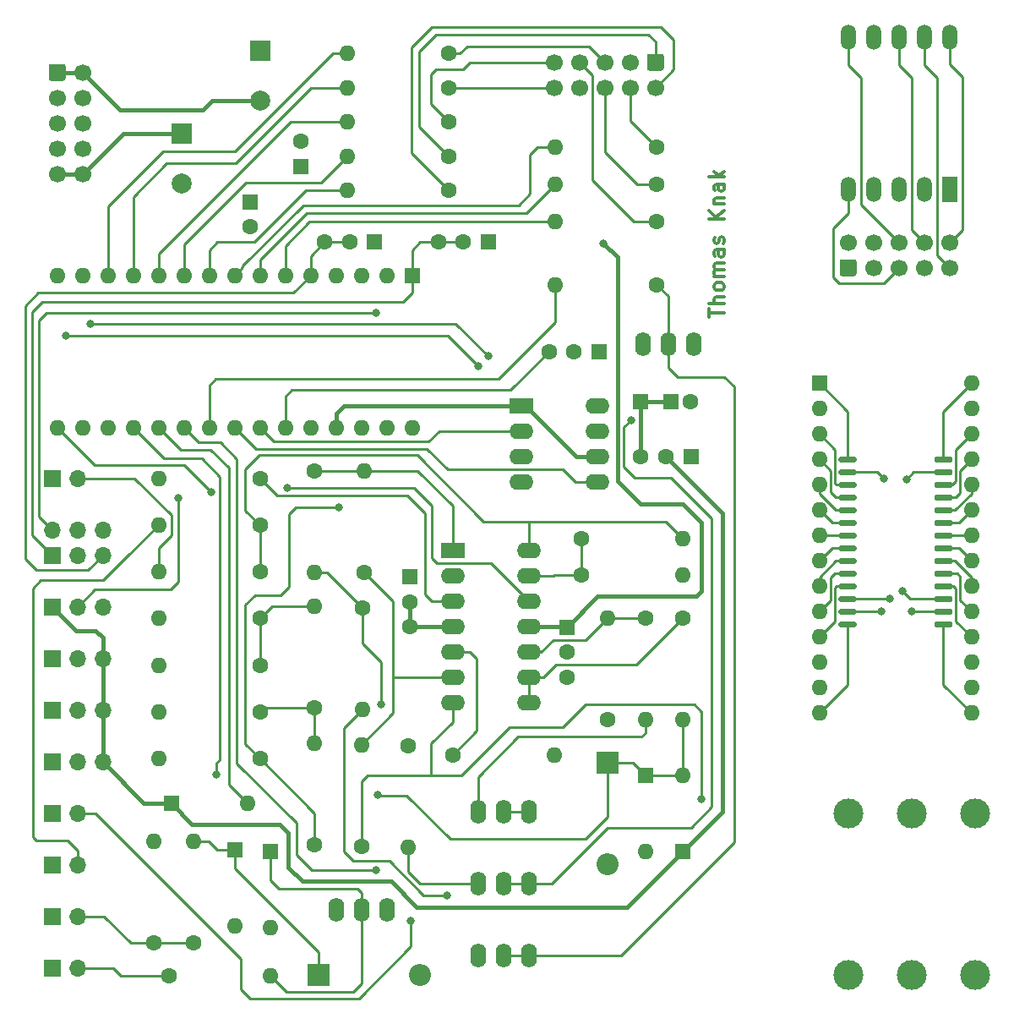
<source format=gtl>
%TF.GenerationSoftware,KiCad,Pcbnew,(5.1.10)-1*%
%TF.CreationDate,2022-09-29T16:57:17+02:00*%
%TF.ProjectId,Arduino Quantizer TK V1,41726475-696e-46f2-9051-75616e74697a,rev?*%
%TF.SameCoordinates,Original*%
%TF.FileFunction,Copper,L1,Top*%
%TF.FilePolarity,Positive*%
%FSLAX46Y46*%
G04 Gerber Fmt 4.6, Leading zero omitted, Abs format (unit mm)*
G04 Created by KiCad (PCBNEW (5.1.10)-1) date 2022-09-29 16:57:17*
%MOMM*%
%LPD*%
G01*
G04 APERTURE LIST*
%TA.AperFunction,NonConductor*%
%ADD10C,0.300000*%
%TD*%
%TA.AperFunction,ComponentPad*%
%ADD11O,1.600000X1.600000*%
%TD*%
%TA.AperFunction,ComponentPad*%
%ADD12R,1.600000X1.600000*%
%TD*%
%TA.AperFunction,ComponentPad*%
%ADD13C,1.600000*%
%TD*%
%TA.AperFunction,ComponentPad*%
%ADD14R,2.000000X2.000000*%
%TD*%
%TA.AperFunction,ComponentPad*%
%ADD15C,2.000000*%
%TD*%
%TA.AperFunction,ComponentPad*%
%ADD16R,1.524000X2.524000*%
%TD*%
%TA.AperFunction,ComponentPad*%
%ADD17O,1.524000X2.524000*%
%TD*%
%TA.AperFunction,ComponentPad*%
%ADD18C,1.700000*%
%TD*%
%TA.AperFunction,ComponentPad*%
%ADD19R,1.700000X1.700000*%
%TD*%
%TA.AperFunction,ComponentPad*%
%ADD20O,1.700000X1.700000*%
%TD*%
%TA.AperFunction,ComponentPad*%
%ADD21O,1.600000X2.400000*%
%TD*%
%TA.AperFunction,ComponentPad*%
%ADD22R,2.400000X1.600000*%
%TD*%
%TA.AperFunction,ComponentPad*%
%ADD23O,2.400000X1.600000*%
%TD*%
%TA.AperFunction,ComponentPad*%
%ADD24C,3.000000*%
%TD*%
%TA.AperFunction,ComponentPad*%
%ADD25R,2.200000X2.200000*%
%TD*%
%TA.AperFunction,ComponentPad*%
%ADD26O,2.200000X2.200000*%
%TD*%
%TA.AperFunction,ViaPad*%
%ADD27C,0.800000*%
%TD*%
%TA.AperFunction,Conductor*%
%ADD28C,0.250000*%
%TD*%
%TA.AperFunction,Conductor*%
%ADD29C,0.450000*%
%TD*%
G04 APERTURE END LIST*
D10*
X171161971Y-76305442D02*
X171161971Y-75448300D01*
X172661971Y-75876871D02*
X171161971Y-75876871D01*
X172661971Y-74948300D02*
X171161971Y-74948300D01*
X172661971Y-74305442D02*
X171876257Y-74305442D01*
X171733400Y-74376871D01*
X171661971Y-74519728D01*
X171661971Y-74734014D01*
X171733400Y-74876871D01*
X171804828Y-74948300D01*
X172661971Y-73376871D02*
X172590542Y-73519728D01*
X172519114Y-73591157D01*
X172376257Y-73662585D01*
X171947685Y-73662585D01*
X171804828Y-73591157D01*
X171733400Y-73519728D01*
X171661971Y-73376871D01*
X171661971Y-73162585D01*
X171733400Y-73019728D01*
X171804828Y-72948300D01*
X171947685Y-72876871D01*
X172376257Y-72876871D01*
X172519114Y-72948300D01*
X172590542Y-73019728D01*
X172661971Y-73162585D01*
X172661971Y-73376871D01*
X172661971Y-72234014D02*
X171661971Y-72234014D01*
X171804828Y-72234014D02*
X171733400Y-72162585D01*
X171661971Y-72019728D01*
X171661971Y-71805442D01*
X171733400Y-71662585D01*
X171876257Y-71591157D01*
X172661971Y-71591157D01*
X171876257Y-71591157D02*
X171733400Y-71519728D01*
X171661971Y-71376871D01*
X171661971Y-71162585D01*
X171733400Y-71019728D01*
X171876257Y-70948300D01*
X172661971Y-70948300D01*
X172661971Y-69591157D02*
X171876257Y-69591157D01*
X171733400Y-69662585D01*
X171661971Y-69805442D01*
X171661971Y-70091157D01*
X171733400Y-70234014D01*
X172590542Y-69591157D02*
X172661971Y-69734014D01*
X172661971Y-70091157D01*
X172590542Y-70234014D01*
X172447685Y-70305442D01*
X172304828Y-70305442D01*
X172161971Y-70234014D01*
X172090542Y-70091157D01*
X172090542Y-69734014D01*
X172019114Y-69591157D01*
X172590542Y-68948300D02*
X172661971Y-68805442D01*
X172661971Y-68519728D01*
X172590542Y-68376871D01*
X172447685Y-68305442D01*
X172376257Y-68305442D01*
X172233400Y-68376871D01*
X172161971Y-68519728D01*
X172161971Y-68734014D01*
X172090542Y-68876871D01*
X171947685Y-68948300D01*
X171876257Y-68948300D01*
X171733400Y-68876871D01*
X171661971Y-68734014D01*
X171661971Y-68519728D01*
X171733400Y-68376871D01*
X172661971Y-66519728D02*
X171161971Y-66519728D01*
X172661971Y-65662585D02*
X171804828Y-66305442D01*
X171161971Y-65662585D02*
X172019114Y-66519728D01*
X171661971Y-65019728D02*
X172661971Y-65019728D01*
X171804828Y-65019728D02*
X171733400Y-64948300D01*
X171661971Y-64805442D01*
X171661971Y-64591157D01*
X171733400Y-64448300D01*
X171876257Y-64376871D01*
X172661971Y-64376871D01*
X172661971Y-63019728D02*
X171876257Y-63019728D01*
X171733400Y-63091157D01*
X171661971Y-63234014D01*
X171661971Y-63519728D01*
X171733400Y-63662585D01*
X172590542Y-63019728D02*
X172661971Y-63162585D01*
X172661971Y-63519728D01*
X172590542Y-63662585D01*
X172447685Y-63734014D01*
X172304828Y-63734014D01*
X172161971Y-63662585D01*
X172090542Y-63519728D01*
X172090542Y-63162585D01*
X172019114Y-63019728D01*
X172661971Y-62305442D02*
X171161971Y-62305442D01*
X172090542Y-62162585D02*
X172661971Y-61734014D01*
X171661971Y-61734014D02*
X172233400Y-62305442D01*
D11*
X197446900Y-82981800D03*
X182206900Y-116001800D03*
X197446900Y-85521800D03*
X182206900Y-113461800D03*
X197446900Y-88061800D03*
X182206900Y-110921800D03*
X197446900Y-90601800D03*
X182206900Y-108381800D03*
X197446900Y-93141800D03*
X182206900Y-105841800D03*
X197446900Y-95681800D03*
X182206900Y-103301800D03*
X197446900Y-98221800D03*
X182206900Y-100761800D03*
X197446900Y-100761800D03*
X182206900Y-98221800D03*
X197446900Y-103301800D03*
X182206900Y-95681800D03*
X197446900Y-105841800D03*
X182206900Y-93141800D03*
X197446900Y-108381800D03*
X182206900Y-90601800D03*
X197446900Y-110921800D03*
X182206900Y-88061800D03*
X197446900Y-113461800D03*
X182206900Y-85521800D03*
X197446900Y-116001800D03*
D12*
X182206900Y-82981800D03*
%TA.AperFunction,SMDPad,CuDef*%
G36*
G01*
X193726900Y-90751800D02*
X193726900Y-90451800D01*
G75*
G02*
X193876900Y-90301800I150000J0D01*
G01*
X195376900Y-90301800D01*
G75*
G02*
X195526900Y-90451800I0J-150000D01*
G01*
X195526900Y-90751800D01*
G75*
G02*
X195376900Y-90901800I-150000J0D01*
G01*
X193876900Y-90901800D01*
G75*
G02*
X193726900Y-90751800I0J150000D01*
G01*
G37*
%TD.AperFunction*%
%TA.AperFunction,SMDPad,CuDef*%
G36*
G01*
X193726900Y-92021800D02*
X193726900Y-91721800D01*
G75*
G02*
X193876900Y-91571800I150000J0D01*
G01*
X195376900Y-91571800D01*
G75*
G02*
X195526900Y-91721800I0J-150000D01*
G01*
X195526900Y-92021800D01*
G75*
G02*
X195376900Y-92171800I-150000J0D01*
G01*
X193876900Y-92171800D01*
G75*
G02*
X193726900Y-92021800I0J150000D01*
G01*
G37*
%TD.AperFunction*%
%TA.AperFunction,SMDPad,CuDef*%
G36*
G01*
X193726900Y-93291800D02*
X193726900Y-92991800D01*
G75*
G02*
X193876900Y-92841800I150000J0D01*
G01*
X195376900Y-92841800D01*
G75*
G02*
X195526900Y-92991800I0J-150000D01*
G01*
X195526900Y-93291800D01*
G75*
G02*
X195376900Y-93441800I-150000J0D01*
G01*
X193876900Y-93441800D01*
G75*
G02*
X193726900Y-93291800I0J150000D01*
G01*
G37*
%TD.AperFunction*%
%TA.AperFunction,SMDPad,CuDef*%
G36*
G01*
X193726900Y-94561800D02*
X193726900Y-94261800D01*
G75*
G02*
X193876900Y-94111800I150000J0D01*
G01*
X195376900Y-94111800D01*
G75*
G02*
X195526900Y-94261800I0J-150000D01*
G01*
X195526900Y-94561800D01*
G75*
G02*
X195376900Y-94711800I-150000J0D01*
G01*
X193876900Y-94711800D01*
G75*
G02*
X193726900Y-94561800I0J150000D01*
G01*
G37*
%TD.AperFunction*%
%TA.AperFunction,SMDPad,CuDef*%
G36*
G01*
X193726900Y-95831800D02*
X193726900Y-95531800D01*
G75*
G02*
X193876900Y-95381800I150000J0D01*
G01*
X195376900Y-95381800D01*
G75*
G02*
X195526900Y-95531800I0J-150000D01*
G01*
X195526900Y-95831800D01*
G75*
G02*
X195376900Y-95981800I-150000J0D01*
G01*
X193876900Y-95981800D01*
G75*
G02*
X193726900Y-95831800I0J150000D01*
G01*
G37*
%TD.AperFunction*%
%TA.AperFunction,SMDPad,CuDef*%
G36*
G01*
X193726900Y-97101800D02*
X193726900Y-96801800D01*
G75*
G02*
X193876900Y-96651800I150000J0D01*
G01*
X195376900Y-96651800D01*
G75*
G02*
X195526900Y-96801800I0J-150000D01*
G01*
X195526900Y-97101800D01*
G75*
G02*
X195376900Y-97251800I-150000J0D01*
G01*
X193876900Y-97251800D01*
G75*
G02*
X193726900Y-97101800I0J150000D01*
G01*
G37*
%TD.AperFunction*%
%TA.AperFunction,SMDPad,CuDef*%
G36*
G01*
X193726900Y-98371800D02*
X193726900Y-98071800D01*
G75*
G02*
X193876900Y-97921800I150000J0D01*
G01*
X195376900Y-97921800D01*
G75*
G02*
X195526900Y-98071800I0J-150000D01*
G01*
X195526900Y-98371800D01*
G75*
G02*
X195376900Y-98521800I-150000J0D01*
G01*
X193876900Y-98521800D01*
G75*
G02*
X193726900Y-98371800I0J150000D01*
G01*
G37*
%TD.AperFunction*%
%TA.AperFunction,SMDPad,CuDef*%
G36*
G01*
X193726900Y-99641800D02*
X193726900Y-99341800D01*
G75*
G02*
X193876900Y-99191800I150000J0D01*
G01*
X195376900Y-99191800D01*
G75*
G02*
X195526900Y-99341800I0J-150000D01*
G01*
X195526900Y-99641800D01*
G75*
G02*
X195376900Y-99791800I-150000J0D01*
G01*
X193876900Y-99791800D01*
G75*
G02*
X193726900Y-99641800I0J150000D01*
G01*
G37*
%TD.AperFunction*%
%TA.AperFunction,SMDPad,CuDef*%
G36*
G01*
X193726900Y-100911800D02*
X193726900Y-100611800D01*
G75*
G02*
X193876900Y-100461800I150000J0D01*
G01*
X195376900Y-100461800D01*
G75*
G02*
X195526900Y-100611800I0J-150000D01*
G01*
X195526900Y-100911800D01*
G75*
G02*
X195376900Y-101061800I-150000J0D01*
G01*
X193876900Y-101061800D01*
G75*
G02*
X193726900Y-100911800I0J150000D01*
G01*
G37*
%TD.AperFunction*%
%TA.AperFunction,SMDPad,CuDef*%
G36*
G01*
X193726900Y-102181800D02*
X193726900Y-101881800D01*
G75*
G02*
X193876900Y-101731800I150000J0D01*
G01*
X195376900Y-101731800D01*
G75*
G02*
X195526900Y-101881800I0J-150000D01*
G01*
X195526900Y-102181800D01*
G75*
G02*
X195376900Y-102331800I-150000J0D01*
G01*
X193876900Y-102331800D01*
G75*
G02*
X193726900Y-102181800I0J150000D01*
G01*
G37*
%TD.AperFunction*%
%TA.AperFunction,SMDPad,CuDef*%
G36*
G01*
X193726900Y-103451800D02*
X193726900Y-103151800D01*
G75*
G02*
X193876900Y-103001800I150000J0D01*
G01*
X195376900Y-103001800D01*
G75*
G02*
X195526900Y-103151800I0J-150000D01*
G01*
X195526900Y-103451800D01*
G75*
G02*
X195376900Y-103601800I-150000J0D01*
G01*
X193876900Y-103601800D01*
G75*
G02*
X193726900Y-103451800I0J150000D01*
G01*
G37*
%TD.AperFunction*%
%TA.AperFunction,SMDPad,CuDef*%
G36*
G01*
X193726900Y-104721800D02*
X193726900Y-104421800D01*
G75*
G02*
X193876900Y-104271800I150000J0D01*
G01*
X195376900Y-104271800D01*
G75*
G02*
X195526900Y-104421800I0J-150000D01*
G01*
X195526900Y-104721800D01*
G75*
G02*
X195376900Y-104871800I-150000J0D01*
G01*
X193876900Y-104871800D01*
G75*
G02*
X193726900Y-104721800I0J150000D01*
G01*
G37*
%TD.AperFunction*%
%TA.AperFunction,SMDPad,CuDef*%
G36*
G01*
X193726900Y-105991800D02*
X193726900Y-105691800D01*
G75*
G02*
X193876900Y-105541800I150000J0D01*
G01*
X195376900Y-105541800D01*
G75*
G02*
X195526900Y-105691800I0J-150000D01*
G01*
X195526900Y-105991800D01*
G75*
G02*
X195376900Y-106141800I-150000J0D01*
G01*
X193876900Y-106141800D01*
G75*
G02*
X193726900Y-105991800I0J150000D01*
G01*
G37*
%TD.AperFunction*%
%TA.AperFunction,SMDPad,CuDef*%
G36*
G01*
X193726900Y-107261800D02*
X193726900Y-106961800D01*
G75*
G02*
X193876900Y-106811800I150000J0D01*
G01*
X195376900Y-106811800D01*
G75*
G02*
X195526900Y-106961800I0J-150000D01*
G01*
X195526900Y-107261800D01*
G75*
G02*
X195376900Y-107411800I-150000J0D01*
G01*
X193876900Y-107411800D01*
G75*
G02*
X193726900Y-107261800I0J150000D01*
G01*
G37*
%TD.AperFunction*%
%TA.AperFunction,SMDPad,CuDef*%
G36*
G01*
X184126900Y-107261800D02*
X184126900Y-106961800D01*
G75*
G02*
X184276900Y-106811800I150000J0D01*
G01*
X185776900Y-106811800D01*
G75*
G02*
X185926900Y-106961800I0J-150000D01*
G01*
X185926900Y-107261800D01*
G75*
G02*
X185776900Y-107411800I-150000J0D01*
G01*
X184276900Y-107411800D01*
G75*
G02*
X184126900Y-107261800I0J150000D01*
G01*
G37*
%TD.AperFunction*%
%TA.AperFunction,SMDPad,CuDef*%
G36*
G01*
X184126900Y-105991800D02*
X184126900Y-105691800D01*
G75*
G02*
X184276900Y-105541800I150000J0D01*
G01*
X185776900Y-105541800D01*
G75*
G02*
X185926900Y-105691800I0J-150000D01*
G01*
X185926900Y-105991800D01*
G75*
G02*
X185776900Y-106141800I-150000J0D01*
G01*
X184276900Y-106141800D01*
G75*
G02*
X184126900Y-105991800I0J150000D01*
G01*
G37*
%TD.AperFunction*%
%TA.AperFunction,SMDPad,CuDef*%
G36*
G01*
X184126900Y-104721800D02*
X184126900Y-104421800D01*
G75*
G02*
X184276900Y-104271800I150000J0D01*
G01*
X185776900Y-104271800D01*
G75*
G02*
X185926900Y-104421800I0J-150000D01*
G01*
X185926900Y-104721800D01*
G75*
G02*
X185776900Y-104871800I-150000J0D01*
G01*
X184276900Y-104871800D01*
G75*
G02*
X184126900Y-104721800I0J150000D01*
G01*
G37*
%TD.AperFunction*%
%TA.AperFunction,SMDPad,CuDef*%
G36*
G01*
X184126900Y-103451800D02*
X184126900Y-103151800D01*
G75*
G02*
X184276900Y-103001800I150000J0D01*
G01*
X185776900Y-103001800D01*
G75*
G02*
X185926900Y-103151800I0J-150000D01*
G01*
X185926900Y-103451800D01*
G75*
G02*
X185776900Y-103601800I-150000J0D01*
G01*
X184276900Y-103601800D01*
G75*
G02*
X184126900Y-103451800I0J150000D01*
G01*
G37*
%TD.AperFunction*%
%TA.AperFunction,SMDPad,CuDef*%
G36*
G01*
X184126900Y-102181800D02*
X184126900Y-101881800D01*
G75*
G02*
X184276900Y-101731800I150000J0D01*
G01*
X185776900Y-101731800D01*
G75*
G02*
X185926900Y-101881800I0J-150000D01*
G01*
X185926900Y-102181800D01*
G75*
G02*
X185776900Y-102331800I-150000J0D01*
G01*
X184276900Y-102331800D01*
G75*
G02*
X184126900Y-102181800I0J150000D01*
G01*
G37*
%TD.AperFunction*%
%TA.AperFunction,SMDPad,CuDef*%
G36*
G01*
X184126900Y-100911800D02*
X184126900Y-100611800D01*
G75*
G02*
X184276900Y-100461800I150000J0D01*
G01*
X185776900Y-100461800D01*
G75*
G02*
X185926900Y-100611800I0J-150000D01*
G01*
X185926900Y-100911800D01*
G75*
G02*
X185776900Y-101061800I-150000J0D01*
G01*
X184276900Y-101061800D01*
G75*
G02*
X184126900Y-100911800I0J150000D01*
G01*
G37*
%TD.AperFunction*%
%TA.AperFunction,SMDPad,CuDef*%
G36*
G01*
X184126900Y-99641800D02*
X184126900Y-99341800D01*
G75*
G02*
X184276900Y-99191800I150000J0D01*
G01*
X185776900Y-99191800D01*
G75*
G02*
X185926900Y-99341800I0J-150000D01*
G01*
X185926900Y-99641800D01*
G75*
G02*
X185776900Y-99791800I-150000J0D01*
G01*
X184276900Y-99791800D01*
G75*
G02*
X184126900Y-99641800I0J150000D01*
G01*
G37*
%TD.AperFunction*%
%TA.AperFunction,SMDPad,CuDef*%
G36*
G01*
X184126900Y-98371800D02*
X184126900Y-98071800D01*
G75*
G02*
X184276900Y-97921800I150000J0D01*
G01*
X185776900Y-97921800D01*
G75*
G02*
X185926900Y-98071800I0J-150000D01*
G01*
X185926900Y-98371800D01*
G75*
G02*
X185776900Y-98521800I-150000J0D01*
G01*
X184276900Y-98521800D01*
G75*
G02*
X184126900Y-98371800I0J150000D01*
G01*
G37*
%TD.AperFunction*%
%TA.AperFunction,SMDPad,CuDef*%
G36*
G01*
X184126900Y-97101800D02*
X184126900Y-96801800D01*
G75*
G02*
X184276900Y-96651800I150000J0D01*
G01*
X185776900Y-96651800D01*
G75*
G02*
X185926900Y-96801800I0J-150000D01*
G01*
X185926900Y-97101800D01*
G75*
G02*
X185776900Y-97251800I-150000J0D01*
G01*
X184276900Y-97251800D01*
G75*
G02*
X184126900Y-97101800I0J150000D01*
G01*
G37*
%TD.AperFunction*%
%TA.AperFunction,SMDPad,CuDef*%
G36*
G01*
X184126900Y-95831800D02*
X184126900Y-95531800D01*
G75*
G02*
X184276900Y-95381800I150000J0D01*
G01*
X185776900Y-95381800D01*
G75*
G02*
X185926900Y-95531800I0J-150000D01*
G01*
X185926900Y-95831800D01*
G75*
G02*
X185776900Y-95981800I-150000J0D01*
G01*
X184276900Y-95981800D01*
G75*
G02*
X184126900Y-95831800I0J150000D01*
G01*
G37*
%TD.AperFunction*%
%TA.AperFunction,SMDPad,CuDef*%
G36*
G01*
X184126900Y-94561800D02*
X184126900Y-94261800D01*
G75*
G02*
X184276900Y-94111800I150000J0D01*
G01*
X185776900Y-94111800D01*
G75*
G02*
X185926900Y-94261800I0J-150000D01*
G01*
X185926900Y-94561800D01*
G75*
G02*
X185776900Y-94711800I-150000J0D01*
G01*
X184276900Y-94711800D01*
G75*
G02*
X184126900Y-94561800I0J150000D01*
G01*
G37*
%TD.AperFunction*%
%TA.AperFunction,SMDPad,CuDef*%
G36*
G01*
X184126900Y-93291800D02*
X184126900Y-92991800D01*
G75*
G02*
X184276900Y-92841800I150000J0D01*
G01*
X185776900Y-92841800D01*
G75*
G02*
X185926900Y-92991800I0J-150000D01*
G01*
X185926900Y-93291800D01*
G75*
G02*
X185776900Y-93441800I-150000J0D01*
G01*
X184276900Y-93441800D01*
G75*
G02*
X184126900Y-93291800I0J150000D01*
G01*
G37*
%TD.AperFunction*%
%TA.AperFunction,SMDPad,CuDef*%
G36*
G01*
X184126900Y-92021800D02*
X184126900Y-91721800D01*
G75*
G02*
X184276900Y-91571800I150000J0D01*
G01*
X185776900Y-91571800D01*
G75*
G02*
X185926900Y-91721800I0J-150000D01*
G01*
X185926900Y-92021800D01*
G75*
G02*
X185776900Y-92171800I-150000J0D01*
G01*
X184276900Y-92171800D01*
G75*
G02*
X184126900Y-92021800I0J150000D01*
G01*
G37*
%TD.AperFunction*%
%TA.AperFunction,SMDPad,CuDef*%
G36*
G01*
X184126900Y-90751800D02*
X184126900Y-90451800D01*
G75*
G02*
X184276900Y-90301800I150000J0D01*
G01*
X185776900Y-90301800D01*
G75*
G02*
X185926900Y-90451800I0J-150000D01*
G01*
X185926900Y-90751800D01*
G75*
G02*
X185776900Y-90901800I-150000J0D01*
G01*
X184276900Y-90901800D01*
G75*
G02*
X184126900Y-90751800I0J150000D01*
G01*
G37*
%TD.AperFunction*%
X130213100Y-61239400D03*
D13*
X130213100Y-58739400D03*
D12*
X125133100Y-64795400D03*
D13*
X125133100Y-67295400D03*
D14*
X126149100Y-49635400D03*
D15*
X126149100Y-54635400D03*
D14*
X118275100Y-57937400D03*
D15*
X118275100Y-62937400D03*
D16*
X195237100Y-63525400D03*
D17*
X192697100Y-63525400D03*
X190157100Y-63525400D03*
X187617100Y-63525400D03*
X185077100Y-63525400D03*
X185077100Y-48285400D03*
X187617100Y-48285400D03*
X190157100Y-48285400D03*
X192697100Y-48285400D03*
X195237100Y-48285400D03*
%TA.AperFunction,ComponentPad*%
G36*
G01*
X185677100Y-72249400D02*
X184477100Y-72249400D01*
G75*
G02*
X184227100Y-71999400I0J250000D01*
G01*
X184227100Y-70799400D01*
G75*
G02*
X184477100Y-70549400I250000J0D01*
G01*
X185677100Y-70549400D01*
G75*
G02*
X185927100Y-70799400I0J-250000D01*
G01*
X185927100Y-71999400D01*
G75*
G02*
X185677100Y-72249400I-250000J0D01*
G01*
G37*
%TD.AperFunction*%
D18*
X187617100Y-71399400D03*
X190157100Y-71399400D03*
X192697100Y-71399400D03*
X195237100Y-71399400D03*
X185077100Y-68859400D03*
X187617100Y-68859400D03*
X190157100Y-68859400D03*
X192697100Y-68859400D03*
X195237100Y-68859400D03*
%TA.AperFunction,ComponentPad*%
G36*
G01*
X104979100Y-52441400D02*
X104979100Y-51241400D01*
G75*
G02*
X105229100Y-50991400I250000J0D01*
G01*
X106429100Y-50991400D01*
G75*
G02*
X106679100Y-51241400I0J-250000D01*
G01*
X106679100Y-52441400D01*
G75*
G02*
X106429100Y-52691400I-250000J0D01*
G01*
X105229100Y-52691400D01*
G75*
G02*
X104979100Y-52441400I0J250000D01*
G01*
G37*
%TD.AperFunction*%
X105829100Y-54381400D03*
X105829100Y-56921400D03*
X105829100Y-59461400D03*
X105829100Y-62001400D03*
X108369100Y-51841400D03*
X108369100Y-54381400D03*
X108369100Y-56921400D03*
X108369100Y-59461400D03*
X108369100Y-62001400D03*
D19*
X105321100Y-105358510D03*
D20*
X107861100Y-105358510D03*
X110401100Y-105358510D03*
D19*
X105321100Y-92481400D03*
D20*
X107861100Y-92481400D03*
%TA.AperFunction,ComponentPad*%
G36*
G01*
X165173100Y-49975400D02*
X166373100Y-49975400D01*
G75*
G02*
X166623100Y-50225400I0J-250000D01*
G01*
X166623100Y-51425400D01*
G75*
G02*
X166373100Y-51675400I-250000J0D01*
G01*
X165173100Y-51675400D01*
G75*
G02*
X164923100Y-51425400I0J250000D01*
G01*
X164923100Y-50225400D01*
G75*
G02*
X165173100Y-49975400I250000J0D01*
G01*
G37*
%TD.AperFunction*%
D18*
X163233100Y-50825400D03*
X160693100Y-50825400D03*
X158153100Y-50825400D03*
X155613100Y-50825400D03*
X165773100Y-53365400D03*
X163233100Y-53365400D03*
X160693100Y-53365400D03*
X158153100Y-53365400D03*
X155613100Y-53365400D03*
D21*
X153073100Y-140233400D03*
X150533100Y-140233400D03*
X147993100Y-140233400D03*
X153073100Y-133057900D03*
X150533100Y-133057900D03*
X147993100Y-133057900D03*
X138849100Y-135661400D03*
X133769100Y-135661400D03*
X136309100Y-135661400D03*
D22*
X152311100Y-85242400D03*
D23*
X159931100Y-92862400D03*
X152311100Y-87782400D03*
X159931100Y-90322400D03*
X152311100Y-90322400D03*
X159931100Y-87782400D03*
X152311100Y-92862400D03*
X159931100Y-85242400D03*
D22*
X145453100Y-99720400D03*
D23*
X153073100Y-114960400D03*
X145453100Y-102260400D03*
X153073100Y-112420400D03*
X145453100Y-104800400D03*
X153073100Y-109880400D03*
X145453100Y-107340400D03*
X153073100Y-107340400D03*
X145453100Y-109880400D03*
X153073100Y-104800400D03*
X145453100Y-112420400D03*
X153073100Y-102260400D03*
X145453100Y-114960400D03*
X153073100Y-99720400D03*
D19*
X105321100Y-120849175D03*
D20*
X107861100Y-120849175D03*
X110401100Y-120849175D03*
D19*
X105321100Y-115685620D03*
D20*
X107861100Y-115685620D03*
X110401100Y-115685620D03*
D19*
X105321100Y-110522065D03*
D20*
X107861100Y-110522065D03*
X110401100Y-110522065D03*
D19*
X105321100Y-100194955D03*
D20*
X105321100Y-97654955D03*
X107861100Y-100194955D03*
X107861100Y-97654955D03*
X110401100Y-100194955D03*
X110401100Y-97654955D03*
D21*
X153073100Y-125882400D03*
X150533100Y-125882400D03*
X147993100Y-125882400D03*
D13*
X126149100Y-120548400D03*
D11*
X115989100Y-120548400D03*
D13*
X126149100Y-115870565D03*
D11*
X115989100Y-115870565D03*
D13*
X126149100Y-111192732D03*
D11*
X115989100Y-111192732D03*
D13*
X126149100Y-106514899D03*
D11*
X115989100Y-106514899D03*
D13*
X131610100Y-129184400D03*
D11*
X131610100Y-119024400D03*
D13*
X131610100Y-115468400D03*
D11*
X131610100Y-105308400D03*
D13*
X136436100Y-105435400D03*
D11*
X136436100Y-115595400D03*
D13*
X165925500Y-73126600D03*
D11*
X155765500Y-73126600D03*
D13*
X145453100Y-120167400D03*
D11*
X155613100Y-120167400D03*
D13*
X126149100Y-92481400D03*
D11*
X115989100Y-92481400D03*
D13*
X136563100Y-101879400D03*
D11*
X136563100Y-91719400D03*
D13*
X141008100Y-119278400D03*
D11*
X141008100Y-129438400D03*
D13*
X136309100Y-129311400D03*
D11*
X136309100Y-119151400D03*
D13*
X117005100Y-142265400D03*
D11*
X127165100Y-142265400D03*
D13*
X131610100Y-91719400D03*
D11*
X131610100Y-101879400D03*
D13*
X115544600Y-139026900D03*
D11*
X115544600Y-128866900D03*
D13*
X119481600Y-139026900D03*
D11*
X119481600Y-128866900D03*
D13*
X145072100Y-49936400D03*
D11*
X134912100Y-49936400D03*
D13*
X145072100Y-53365400D03*
D11*
X134912100Y-53365400D03*
D13*
X158381700Y-102184200D03*
D11*
X168541700Y-102184200D03*
D13*
X145072100Y-56794400D03*
D11*
X134912100Y-56794400D03*
D13*
X145072100Y-60223400D03*
D11*
X134912100Y-60223400D03*
D13*
X126149100Y-101837066D03*
D11*
X115989100Y-101837066D03*
D13*
X158381700Y-98501200D03*
D11*
X168541700Y-98501200D03*
D13*
X145072100Y-63652400D03*
D11*
X134912100Y-63652400D03*
D13*
X165874700Y-59359800D03*
D11*
X155714700Y-59359800D03*
D13*
X165874700Y-63080900D03*
D11*
X155714700Y-63080900D03*
D13*
X165874700Y-66802000D03*
D11*
X155714700Y-66802000D03*
D13*
X126149100Y-97159233D03*
D11*
X115989100Y-97159233D03*
D13*
X160947100Y-116674900D03*
D11*
X160947100Y-106514900D03*
D13*
X168503600Y-106514900D03*
D11*
X168503600Y-116674900D03*
D13*
X164757100Y-106514900D03*
D11*
X164757100Y-116674900D03*
D24*
X191427100Y-126009400D03*
X197777100Y-126009400D03*
X185077100Y-126009400D03*
X191427100Y-142239400D03*
X197777100Y-142239400D03*
X185077100Y-142239400D03*
D19*
X105321100Y-141503400D03*
D20*
X107861100Y-141503400D03*
D19*
X105321100Y-136339840D03*
D20*
X107861100Y-136339840D03*
D19*
X105321100Y-131176285D03*
D20*
X107861100Y-131176285D03*
D19*
X105321100Y-126012730D03*
D20*
X107861100Y-126012730D03*
D21*
X164503100Y-79019400D03*
X169583100Y-79019400D03*
X167043100Y-79019400D03*
D12*
X127165100Y-129819400D03*
D11*
X127165100Y-137439400D03*
D25*
X131991100Y-142189200D03*
D26*
X142151100Y-142189200D03*
D12*
X123609100Y-129692400D03*
D11*
X123609100Y-137312400D03*
D12*
X117259100Y-124993400D03*
D11*
X124879100Y-124993400D03*
D25*
X160947100Y-120929400D03*
D26*
X160947100Y-131089400D03*
D12*
X164757100Y-122199400D03*
D11*
X164757100Y-129819400D03*
D12*
X168503600Y-129819400D03*
D11*
X168503600Y-122199400D03*
D13*
X135155300Y-68783200D03*
D12*
X137655300Y-68783200D03*
D13*
X132655300Y-68783200D03*
X146530700Y-68808600D03*
D12*
X149030700Y-68808600D03*
D13*
X144030700Y-68808600D03*
X156883100Y-109880400D03*
D12*
X156883100Y-107380400D03*
D13*
X156883100Y-112380400D03*
X141135100Y-104840400D03*
D12*
X141135100Y-102340400D03*
D13*
X141135100Y-107340400D03*
X157605100Y-79781400D03*
D12*
X160105100Y-79781400D03*
D13*
X155105100Y-79781400D03*
X166829100Y-90322400D03*
D12*
X169329100Y-90322400D03*
D13*
X164329100Y-90322400D03*
D12*
X164297100Y-84837400D03*
D13*
X169297100Y-84837400D03*
D12*
X167297100Y-84837400D03*
X141389100Y-72161400D03*
D11*
X108369100Y-87401400D03*
X138849100Y-72161400D03*
X110909100Y-87401400D03*
X136309100Y-72161400D03*
X113449100Y-87401400D03*
X133769100Y-72161400D03*
X115989100Y-87401400D03*
X131229100Y-72161400D03*
X118529100Y-87401400D03*
X128689100Y-72161400D03*
X121069100Y-87401400D03*
X126149100Y-72161400D03*
X123609100Y-87401400D03*
X123609100Y-72161400D03*
X126149100Y-87401400D03*
X121069100Y-72161400D03*
X128689100Y-87401400D03*
X118529100Y-72161400D03*
X131229100Y-87401400D03*
X115989100Y-72161400D03*
X133769100Y-87401400D03*
X113449100Y-72161400D03*
X136309100Y-87401400D03*
X110909100Y-72161400D03*
X138849100Y-87401400D03*
X108369100Y-72161400D03*
X141389100Y-87401400D03*
X105829100Y-72161400D03*
X105829100Y-87401400D03*
D27*
X128892300Y-93472000D03*
X121272300Y-93903800D03*
X106718100Y-78181200D03*
X148069300Y-81280000D03*
X109207300Y-77012800D03*
X149034500Y-80264000D03*
X134023100Y-95402400D03*
X117944898Y-94462600D03*
X137782300Y-131724400D03*
X137934700Y-124155200D03*
X121754900Y-122174000D03*
X137807700Y-75920600D03*
X160591500Y-68961000D03*
X141236700Y-136804400D03*
X170421300Y-124637800D03*
X138315700Y-115087400D03*
X144894300Y-134213600D03*
X163334700Y-86639400D03*
X190969900Y-92557600D03*
X188404498Y-105841800D03*
X189268099Y-104571800D03*
X190512700Y-103759000D03*
X191477900Y-105841800D03*
X188633100Y-92532200D03*
D28*
X153073100Y-104800400D02*
X149263100Y-100990400D01*
X149263100Y-100990400D02*
X143903700Y-100990400D01*
X143903700Y-100990400D02*
X143344900Y-100431600D01*
X143344900Y-100431600D02*
X143344900Y-95250000D01*
X143344900Y-95250000D02*
X141566900Y-93472000D01*
X141566900Y-93472000D02*
X128892300Y-93472000D01*
X105829100Y-87401400D02*
X109588300Y-91160600D01*
X109588300Y-91160600D02*
X118529100Y-91160600D01*
X118529100Y-91160600D02*
X121272300Y-93903800D01*
X144970500Y-78181200D02*
X148069300Y-81280000D01*
X106718100Y-78181200D02*
X144970500Y-78181200D01*
D29*
X105829100Y-62001400D02*
X108369100Y-62001400D01*
X141135100Y-104840400D02*
X141135100Y-107340400D01*
X141135100Y-107340400D02*
X145453100Y-107340400D01*
X112433100Y-57937400D02*
X118275100Y-57937400D01*
X108369100Y-62001400D02*
X112433100Y-57937400D01*
D28*
X109207300Y-77012800D02*
X145783300Y-77012800D01*
X145783300Y-77012800D02*
X149034500Y-80264000D01*
X110909100Y-65252600D02*
X110909100Y-72161400D01*
X116420900Y-59740800D02*
X110909100Y-65252600D01*
X123685300Y-59740800D02*
X116420900Y-59740800D01*
X133489700Y-49936400D02*
X123685300Y-59740800D01*
X134912100Y-49936400D02*
X133489700Y-49936400D01*
X131279900Y-53390800D02*
X134886700Y-53390800D01*
X123761500Y-60909200D02*
X131279900Y-53390800D01*
X116827300Y-60909200D02*
X123761500Y-60909200D01*
X134886700Y-53390800D02*
X134912100Y-53365400D01*
X113449100Y-64287400D02*
X116827300Y-60909200D01*
X113449100Y-72161400D02*
X113449100Y-64287400D01*
D29*
X164297100Y-84837400D02*
X167297100Y-84837400D01*
X164329100Y-90322400D02*
X164329100Y-84869400D01*
X164329100Y-84869400D02*
X164297100Y-84837400D01*
X159931100Y-90322400D02*
X157822900Y-90322400D01*
X152742900Y-85242400D02*
X152311100Y-85242400D01*
X157822900Y-90322400D02*
X152742900Y-85242400D01*
X134531100Y-85242400D02*
X152311100Y-85242400D01*
X133769100Y-87401400D02*
X133769100Y-86004400D01*
X133769100Y-86004400D02*
X134531100Y-85242400D01*
X114545325Y-124993400D02*
X110401100Y-120849175D01*
X117259100Y-124993400D02*
X114545325Y-124993400D01*
X110401100Y-120849175D02*
X110401100Y-115685620D01*
X110401100Y-115685620D02*
X110401100Y-110522065D01*
X107734790Y-107772200D02*
X105321100Y-105358510D01*
X109715300Y-107772200D02*
X107734790Y-107772200D01*
X110401100Y-108458000D02*
X109715300Y-107772200D01*
X110401100Y-110522065D02*
X110401100Y-108458000D01*
X166829100Y-90322400D02*
X172495311Y-95988611D01*
X172495311Y-95988611D02*
X172495311Y-125827689D01*
X172495311Y-125827689D02*
X168503600Y-129819400D01*
X119367300Y-127101600D02*
X117259100Y-124993400D01*
X128155700Y-127101600D02*
X119367300Y-127101600D01*
X129019300Y-127965200D02*
X128155700Y-127101600D01*
X129019300Y-131419600D02*
X129019300Y-127965200D01*
X130441700Y-132842000D02*
X129019300Y-131419600D01*
X139280900Y-132842000D02*
X130441700Y-132842000D01*
X141871700Y-135432800D02*
X139280900Y-132842000D01*
X162890200Y-135432800D02*
X141871700Y-135432800D01*
X168503600Y-129819400D02*
X162890200Y-135432800D01*
D28*
X115989100Y-70002400D02*
X115989100Y-72161400D01*
X129197100Y-56794400D02*
X115989100Y-70002400D01*
X134912100Y-56794400D02*
X129197100Y-56794400D01*
X131610100Y-126009400D02*
X126149100Y-120548400D01*
X131610100Y-129184400D02*
X131610100Y-126009400D01*
X129705100Y-95402400D02*
X134023100Y-95402400D01*
X129044700Y-96062800D02*
X129705100Y-95402400D01*
X125650358Y-104206942D02*
X128215758Y-104206942D01*
X129044700Y-103378000D02*
X129044700Y-96062800D01*
X128215758Y-104206942D02*
X129044700Y-103378000D01*
X124701300Y-105156000D02*
X125650358Y-104206942D01*
X124701300Y-119100600D02*
X124701300Y-105156000D01*
X126149100Y-120548400D02*
X124701300Y-119100600D01*
X132295900Y-62839600D02*
X134912100Y-60223400D01*
X124726700Y-62839600D02*
X132295900Y-62839600D01*
X118529100Y-69037200D02*
X124726700Y-62839600D01*
X118529100Y-72161400D02*
X118529100Y-69037200D01*
X129349500Y-83642200D02*
X151244300Y-83642200D01*
X128689100Y-87401400D02*
X128689100Y-84302600D01*
X151244300Y-83642200D02*
X155105100Y-79781400D01*
X128689100Y-84302600D02*
X129349500Y-83642200D01*
X107861100Y-105358510D02*
X109613010Y-103606600D01*
X109613010Y-103606600D02*
X117208300Y-103606600D01*
X117208300Y-103606600D02*
X117944898Y-102870002D01*
X117944898Y-102870002D02*
X117944898Y-94462600D01*
X130771900Y-63652400D02*
X134912100Y-63652400D01*
X125615700Y-68808600D02*
X130771900Y-63652400D01*
X121069100Y-69646800D02*
X121907300Y-68808600D01*
X121907300Y-68808600D02*
X125615700Y-68808600D01*
X121069100Y-72161400D02*
X121069100Y-69646800D01*
X143065500Y-88823800D02*
X127571500Y-88823800D01*
X144106900Y-87782400D02*
X143065500Y-88823800D01*
X127571500Y-88823800D02*
X126149100Y-87401400D01*
X152311100Y-87782400D02*
X144106900Y-87782400D01*
X124409099Y-71209001D02*
X124409099Y-71361401D01*
X152082500Y-65125600D02*
X130492500Y-65125600D01*
X130492500Y-65125600D02*
X124409099Y-71209001D01*
X153225500Y-63982600D02*
X152082500Y-65125600D01*
X153225500Y-60071000D02*
X153225500Y-63982600D01*
X153936700Y-59359800D02*
X153225500Y-60071000D01*
X124409099Y-71361401D02*
X123609100Y-72161400D01*
X155714700Y-59359800D02*
X153936700Y-59359800D01*
X157772100Y-92862400D02*
X159931100Y-92862400D01*
X156502100Y-91592400D02*
X157772100Y-92862400D01*
X144945100Y-91592400D02*
X156502100Y-91592400D01*
X142887700Y-89535000D02*
X144945100Y-91592400D01*
X125742700Y-89535000D02*
X142887700Y-89535000D01*
X123609100Y-87401400D02*
X125742700Y-89535000D01*
X152882600Y-65913000D02*
X155714700Y-63080900D01*
X130822700Y-65913000D02*
X152882600Y-65913000D01*
X126149100Y-70586600D02*
X130822700Y-65913000D01*
X126149100Y-72161400D02*
X126149100Y-70586600D01*
X155765500Y-76835000D02*
X155765500Y-73126600D01*
X150075900Y-82524600D02*
X155765500Y-76835000D01*
X121729500Y-82524600D02*
X150075900Y-82524600D01*
X121069100Y-83185000D02*
X121729500Y-82524600D01*
X121069100Y-87401400D02*
X121069100Y-83185000D01*
X150857098Y-66802000D02*
X155714700Y-66802000D01*
X131127500Y-66802000D02*
X150857098Y-66802000D01*
X128689100Y-69240400D02*
X131127500Y-66802000D01*
X128689100Y-72161400D02*
X128689100Y-69240400D01*
X131330700Y-131724400D02*
X137782300Y-131724400D01*
X129806700Y-126974600D02*
X129806700Y-130200400D01*
X123837700Y-121005600D02*
X129806700Y-126974600D01*
X123837700Y-90525600D02*
X123837700Y-121005600D01*
X129806700Y-130200400D02*
X131330700Y-131724400D01*
X120002300Y-88874600D02*
X122186700Y-88874600D01*
X122186700Y-88874600D02*
X123837700Y-90525600D01*
X118529100Y-87401400D02*
X120002300Y-88874600D01*
X131229100Y-70209400D02*
X132655300Y-68783200D01*
X131229100Y-72161400D02*
X131229100Y-70209400D01*
X132655300Y-68783200D02*
X135155300Y-68783200D01*
X108919855Y-101676200D02*
X110401100Y-100194955D01*
X103746300Y-101676200D02*
X108919855Y-101676200D01*
X102654100Y-100584000D02*
X103746300Y-101676200D01*
X102654100Y-75209400D02*
X102654100Y-100584000D01*
X103949500Y-73914000D02*
X102654100Y-75209400D01*
X129476500Y-73914000D02*
X103949500Y-73914000D01*
X131229100Y-72161400D02*
X129476500Y-73914000D01*
X121031000Y-128866900D02*
X119481600Y-128866900D01*
X121856500Y-129692400D02*
X121031000Y-128866900D01*
X123609100Y-129692400D02*
X121856500Y-129692400D01*
X123024900Y-123139200D02*
X124879100Y-124993400D01*
X123024900Y-91440000D02*
X123024900Y-123139200D01*
X121221500Y-89636600D02*
X123024900Y-91440000D01*
X118224300Y-89636600D02*
X121221500Y-89636600D01*
X115989100Y-87401400D02*
X118224300Y-89636600D01*
X131991100Y-139928600D02*
X131991100Y-142189200D01*
X123609100Y-131546600D02*
X131991100Y-139928600D01*
X123609100Y-129692400D02*
X123609100Y-131546600D01*
X163487100Y-120929400D02*
X164757100Y-122199400D01*
X160947100Y-120929400D02*
X163487100Y-120929400D01*
X164757100Y-122199400D02*
X168503600Y-122199400D01*
X168503600Y-122199400D02*
X168503600Y-116674900D01*
X160947100Y-120929400D02*
X160947100Y-126415800D01*
X160947100Y-126415800D02*
X158788100Y-128574800D01*
X158788100Y-128574800D02*
X145199100Y-128574800D01*
X145199100Y-128574800D02*
X140855700Y-124231400D01*
X138010900Y-124231400D02*
X137934700Y-124155200D01*
X140855700Y-124231400D02*
X138010900Y-124231400D01*
X122154899Y-120605601D02*
X121754900Y-121005600D01*
X122154899Y-92297199D02*
X122154899Y-120605601D01*
X120307100Y-90449400D02*
X122154899Y-92297199D01*
X121754900Y-121005600D02*
X121754900Y-122174000D01*
X116497100Y-90449400D02*
X120307100Y-90449400D01*
X113449100Y-87401400D02*
X116497100Y-90449400D01*
X104762300Y-75920600D02*
X137807700Y-75920600D01*
X103974900Y-76708000D02*
X104762300Y-75920600D01*
X103974900Y-96308755D02*
X103974900Y-76708000D01*
X105321100Y-97654955D02*
X103974900Y-96308755D01*
X144030700Y-68808600D02*
X146530700Y-68808600D01*
X142227300Y-68808600D02*
X144030700Y-68808600D01*
X141389100Y-69646800D02*
X142227300Y-68808600D01*
X141389100Y-72161400D02*
X141389100Y-69646800D01*
X104305100Y-74828400D02*
X140474700Y-74828400D01*
X103289100Y-75844400D02*
X104305100Y-74828400D01*
X140474700Y-74828400D02*
X141389100Y-73914000D01*
X103289100Y-98162955D02*
X103289100Y-75844400D01*
X141389100Y-73914000D02*
X141389100Y-72161400D01*
X105321100Y-100194955D02*
X103289100Y-98162955D01*
D29*
X156843100Y-107340400D02*
X156883100Y-107380400D01*
X153073100Y-107340400D02*
X156843100Y-107340400D01*
X126149100Y-54675400D02*
X126149100Y-54635400D01*
X108369100Y-51841400D02*
X105829100Y-51841400D01*
X112128300Y-55600600D02*
X108369100Y-51841400D01*
X120434100Y-55600600D02*
X112128300Y-55600600D01*
X121399300Y-54635400D02*
X120434100Y-55600600D01*
X126149100Y-54635400D02*
X121399300Y-54635400D01*
X159945700Y-104317800D02*
X156883100Y-107380400D01*
X170421300Y-96951800D02*
X170421300Y-103809800D01*
X168516300Y-95046800D02*
X170421300Y-96951800D01*
X170421300Y-103809800D02*
X169913300Y-104317800D01*
X164249100Y-95046800D02*
X168516300Y-95046800D01*
X161963100Y-92760800D02*
X164249100Y-95046800D01*
X169913300Y-104317800D02*
X159945700Y-104317800D01*
X161963100Y-70332600D02*
X161963100Y-92760800D01*
X160591500Y-68961000D02*
X161963100Y-70332600D01*
D28*
X135463711Y-143898189D02*
X136309100Y-143052800D01*
X128797889Y-143898189D02*
X135463711Y-143898189D01*
X127165100Y-142265400D02*
X128797889Y-143898189D01*
X136309100Y-143052800D02*
X136309100Y-135661400D01*
X127165100Y-132689600D02*
X127165100Y-129819400D01*
X128054100Y-133578600D02*
X127165100Y-132689600D01*
X135928100Y-133578600D02*
X128054100Y-133578600D01*
X136309100Y-133959600D02*
X135928100Y-133578600D01*
X136309100Y-135661400D02*
X136309100Y-133959600D01*
X167043100Y-74244200D02*
X165925500Y-73126600D01*
X167043100Y-79019400D02*
X167043100Y-74244200D01*
X150533100Y-140233400D02*
X153073100Y-140233400D01*
X162318700Y-140233400D02*
X153073100Y-140233400D01*
X173672500Y-128879600D02*
X162318700Y-140233400D01*
X173672500Y-83312000D02*
X173672500Y-128879600D01*
X172707300Y-82346800D02*
X173672500Y-83312000D01*
X167043100Y-81407000D02*
X167982900Y-82346800D01*
X167982900Y-82346800D02*
X172707300Y-82346800D01*
X167043100Y-79019400D02*
X167043100Y-81407000D01*
X150533100Y-125882400D02*
X153073100Y-125882400D01*
X136055100Y-144551400D02*
X141236700Y-139369800D01*
X125183900Y-144551400D02*
X136055100Y-144551400D01*
X124244100Y-143611600D02*
X125183900Y-144551400D01*
X141236700Y-139369800D02*
X141236700Y-136804400D01*
X109693230Y-126012730D02*
X124244100Y-140563600D01*
X124244100Y-140563600D02*
X124244100Y-143611600D01*
X107861100Y-126012730D02*
X109693230Y-126012730D01*
X110456133Y-102692200D02*
X112737900Y-100410433D01*
X104203500Y-102692200D02*
X110456133Y-102692200D01*
X103390700Y-103505000D02*
X104203500Y-102692200D01*
X112737900Y-100410433D02*
X115989100Y-97159233D01*
X103771700Y-128778000D02*
X103390700Y-128397000D01*
X106845100Y-128778000D02*
X103771700Y-128778000D01*
X107861100Y-129794000D02*
X106845100Y-128778000D01*
X103390700Y-128397000D02*
X103390700Y-103505000D01*
X107861100Y-131176285D02*
X107861100Y-129794000D01*
X119481600Y-139026900D02*
X115544600Y-139026900D01*
X115544600Y-139026900D02*
X113207800Y-139026900D01*
X110520740Y-136339840D02*
X107861100Y-136339840D01*
X113207800Y-139026900D02*
X110520740Y-136339840D01*
X117005100Y-142265400D02*
X112179100Y-142265400D01*
X111417100Y-141503400D02*
X107861100Y-141503400D01*
X112179100Y-142265400D02*
X111417100Y-141503400D01*
X170421300Y-115849400D02*
X170421300Y-124637800D01*
X169684700Y-115112800D02*
X170421300Y-115849400D01*
X158762700Y-115112800D02*
X169684700Y-115112800D01*
X156502100Y-117373400D02*
X158762700Y-115112800D01*
X151168100Y-117373400D02*
X156502100Y-117373400D01*
X146342100Y-122199400D02*
X151168100Y-117373400D01*
X136309100Y-122834400D02*
X136944100Y-122199400D01*
X136309100Y-129311400D02*
X136309100Y-122834400D01*
X145453100Y-114960400D02*
X145453100Y-116865400D01*
X145453100Y-116865400D02*
X143268700Y-119049800D01*
X143268700Y-119049800D02*
X143268700Y-122199400D01*
X143268700Y-122199400D02*
X146342100Y-122199400D01*
X136944100Y-122199400D02*
X143268700Y-122199400D01*
X164757100Y-117957600D02*
X164757100Y-116674900D01*
X164350700Y-118364000D02*
X164757100Y-117957600D01*
X147993100Y-122377200D02*
X152006300Y-118364000D01*
X152006300Y-118364000D02*
X164350700Y-118364000D01*
X147993100Y-125882400D02*
X147993100Y-122377200D01*
X164757100Y-106514900D02*
X160947100Y-106514900D01*
X153073100Y-109880400D02*
X154317700Y-109880400D01*
X154317700Y-109880400D02*
X155536900Y-108661200D01*
X158800800Y-108661200D02*
X160947100Y-106514900D01*
X155536900Y-108661200D02*
X158800800Y-108661200D01*
X153073100Y-112420400D02*
X154520900Y-112420400D01*
X154520900Y-112420400D02*
X155816300Y-111125000D01*
X163893500Y-111125000D02*
X168503600Y-106514900D01*
X155816300Y-111125000D02*
X163893500Y-111125000D01*
X153073100Y-112420400D02*
X153073100Y-114960400D01*
X145072100Y-53365400D02*
X155613100Y-53365400D01*
X160693100Y-59842400D02*
X163931600Y-63080900D01*
X163931600Y-63080900D02*
X165874700Y-63080900D01*
X160693100Y-53365400D02*
X160693100Y-59842400D01*
X163233100Y-56718200D02*
X165874700Y-59359800D01*
X163233100Y-53365400D02*
X163233100Y-56718200D01*
X145072100Y-63652400D02*
X141363700Y-59944000D01*
X141363700Y-59944000D02*
X141363700Y-49326800D01*
X141363700Y-49326800D02*
X143395700Y-47294800D01*
X143395700Y-47294800D02*
X166331900Y-47294800D01*
X166331900Y-47294800D02*
X167576500Y-48539400D01*
X167576500Y-51562000D02*
X165773100Y-53365400D01*
X167576500Y-48539400D02*
X167576500Y-51562000D01*
X145072100Y-60223400D02*
X142100300Y-57251600D01*
X142100300Y-57251600D02*
X142100300Y-49758600D01*
X142100300Y-49758600D02*
X143827500Y-48031400D01*
X143827500Y-48031400D02*
X156679900Y-48031400D01*
X165773100Y-48717200D02*
X165087300Y-48031400D01*
X165773100Y-50825400D02*
X165773100Y-48717200D01*
X156679900Y-48031400D02*
X165087300Y-48031400D01*
X158381700Y-102184200D02*
X158381700Y-98501200D01*
X153073100Y-102260400D02*
X155536900Y-102260400D01*
X155613100Y-102184200D02*
X158381700Y-102184200D01*
X155536900Y-102260400D02*
X155613100Y-102184200D01*
X115989100Y-99441000D02*
X115989100Y-101837066D01*
X117259100Y-96164400D02*
X117259100Y-98171000D01*
X113576100Y-92481400D02*
X117259100Y-96164400D01*
X117259100Y-98171000D02*
X115989100Y-99441000D01*
X107861100Y-92481400D02*
X113576100Y-92481400D01*
X159081302Y-49213602D02*
X160693100Y-50825400D01*
X146926268Y-49213602D02*
X159081302Y-49213602D01*
X146203470Y-49936400D02*
X146926268Y-49213602D01*
X145072100Y-49936400D02*
X146203470Y-49936400D01*
X126149100Y-97159233D02*
X126149100Y-101837066D01*
X153073100Y-96799400D02*
X153073100Y-99720400D01*
X166839900Y-96799400D02*
X153073100Y-96799400D01*
X168541700Y-98501200D02*
X166839900Y-96799400D01*
X124675900Y-95686033D02*
X126149100Y-97159233D01*
X124675900Y-91617800D02*
X124675900Y-95686033D01*
X126123700Y-90170000D02*
X124675900Y-91617800D01*
X141947900Y-90170000D02*
X126123700Y-90170000D01*
X148577300Y-96799400D02*
X141947900Y-90170000D01*
X153073100Y-96799400D02*
X148577300Y-96799400D01*
X132880100Y-101879400D02*
X136436100Y-105435400D01*
X131610100Y-101879400D02*
X132880100Y-101879400D01*
X136436100Y-108991400D02*
X136436100Y-105435400D01*
X138315700Y-110871000D02*
X136436100Y-108991400D01*
X138315700Y-115087400D02*
X138315700Y-110871000D01*
X131610100Y-91719400D02*
X136563100Y-91719400D01*
X141973300Y-91719400D02*
X136563100Y-91719400D01*
X145453100Y-95199200D02*
X141973300Y-91719400D01*
X145453100Y-99720400D02*
X145453100Y-95199200D01*
X139484100Y-115976400D02*
X139484100Y-112420400D01*
X136309100Y-119151400D02*
X139484100Y-115976400D01*
X139484100Y-112420400D02*
X139484100Y-104800400D01*
X139484100Y-104800400D02*
X136563100Y-101879400D01*
X145453100Y-112420400D02*
X139484100Y-112420400D01*
X142189200Y-133057900D02*
X147993100Y-133057900D01*
X141008100Y-131876800D02*
X142189200Y-133057900D01*
X141008100Y-129438400D02*
X141008100Y-131876800D01*
X142684500Y-104114600D02*
X143370300Y-104800400D01*
X143370300Y-104800400D02*
X145453100Y-104800400D01*
X142684500Y-95986600D02*
X142684500Y-104114600D01*
X140931900Y-94234000D02*
X142684500Y-95986600D01*
X127901700Y-94234000D02*
X140931900Y-94234000D01*
X126149100Y-92481400D02*
X127901700Y-94234000D01*
X145453100Y-120167400D02*
X147866100Y-117754400D01*
X147866100Y-110566200D02*
X147180300Y-109880400D01*
X147866100Y-117754400D02*
X147866100Y-110566200D01*
X147180300Y-109880400D02*
X145453100Y-109880400D01*
X136436100Y-115595400D02*
X134581900Y-117449600D01*
X134581900Y-117449600D02*
X134581900Y-129870200D01*
X134581900Y-129870200D02*
X135496300Y-130784600D01*
X135496300Y-130784600D02*
X139121615Y-130784600D01*
X139121615Y-130784600D02*
X142550615Y-134213600D01*
X142550615Y-134213600D02*
X144894300Y-134213600D01*
X126149100Y-111192732D02*
X126149100Y-106514899D01*
X127355599Y-105308400D02*
X131610100Y-105308400D01*
X126149100Y-106514899D02*
X127355599Y-105308400D01*
X126551265Y-115468400D02*
X126149100Y-115870565D01*
X131610100Y-115468400D02*
X126551265Y-115468400D01*
X131610100Y-119024400D02*
X131610100Y-115468400D01*
X150533100Y-133057900D02*
X153073100Y-133057900D01*
X163664900Y-92405200D02*
X162623500Y-91363800D01*
X162623500Y-87350600D02*
X163334700Y-86639400D01*
X162623500Y-91363800D02*
X162623500Y-87350600D01*
X167373300Y-92405200D02*
X163664900Y-92405200D01*
X171437300Y-96469200D02*
X167373300Y-92405200D01*
X171437300Y-125399800D02*
X171437300Y-96469200D01*
X169329100Y-127508000D02*
X171437300Y-125399800D01*
X160947100Y-127508000D02*
X169329100Y-127508000D01*
X155397200Y-133057900D02*
X160947100Y-127508000D01*
X153073100Y-133057900D02*
X155397200Y-133057900D01*
X147205700Y-50825400D02*
X155613100Y-50825400D01*
X143827500Y-51562000D02*
X146469100Y-51562000D01*
X143319500Y-55041800D02*
X143319500Y-52070000D01*
X146469100Y-51562000D02*
X147205700Y-50825400D01*
X143319500Y-52070000D02*
X143827500Y-51562000D01*
X145072100Y-56794400D02*
X143319500Y-55041800D01*
X159423100Y-62636400D02*
X163588700Y-66802000D01*
X163588700Y-66802000D02*
X165874700Y-66802000D01*
X159423100Y-52095400D02*
X159423100Y-62636400D01*
X158153100Y-50825400D02*
X159423100Y-52095400D01*
X195237100Y-51054000D02*
X195237100Y-48285400D01*
X196507100Y-52324000D02*
X195237100Y-51054000D01*
X196507100Y-67589400D02*
X196507100Y-52324000D01*
X195237100Y-68859400D02*
X196507100Y-67589400D01*
X190157100Y-51079400D02*
X190157100Y-48285400D01*
X191427100Y-52349400D02*
X190157100Y-51079400D01*
X191427100Y-67589400D02*
X191427100Y-52349400D01*
X192697100Y-68859400D02*
X191427100Y-67589400D01*
X190157100Y-68859400D02*
X186347100Y-65049400D01*
X186347100Y-65049400D02*
X186347100Y-52349400D01*
X186347100Y-52349400D02*
X185077100Y-51079400D01*
X185077100Y-51079400D02*
X185077100Y-48285400D01*
X192697100Y-51079400D02*
X192697100Y-48285400D01*
X193967100Y-52349400D02*
X192697100Y-51079400D01*
X193967100Y-70129400D02*
X193967100Y-52349400D01*
X195237100Y-71399400D02*
X193967100Y-70129400D01*
X185077100Y-65963800D02*
X185077100Y-63525400D01*
X183629300Y-67411600D02*
X185077100Y-65963800D01*
X183629300Y-72339200D02*
X183629300Y-67411600D01*
X188633100Y-72923400D02*
X184213500Y-72923400D01*
X184213500Y-72923400D02*
X183629300Y-72339200D01*
X190157100Y-71399400D02*
X188633100Y-72923400D01*
X194626900Y-85801800D02*
X197446900Y-82981800D01*
X194626900Y-90601800D02*
X194626900Y-85801800D01*
X185026900Y-113181800D02*
X182206900Y-116001800D01*
X185026900Y-107111800D02*
X185026900Y-113181800D01*
X191655700Y-91871800D02*
X190969900Y-92557600D01*
X194626900Y-91871800D02*
X191655700Y-91871800D01*
X185026900Y-105841800D02*
X188404498Y-105841800D01*
X195526900Y-93141800D02*
X195871888Y-92796812D01*
X195871888Y-92796812D02*
X195871888Y-89636812D01*
X195871888Y-89636812D02*
X197446900Y-88061800D01*
X194626900Y-93141800D02*
X195526900Y-93141800D01*
X185026900Y-104571800D02*
X189268099Y-104571800D01*
X196321899Y-91726801D02*
X197446900Y-90601800D01*
X196321899Y-93681801D02*
X196321899Y-91726801D01*
X196329300Y-93689202D02*
X196321899Y-93681801D01*
X196329300Y-93980000D02*
X196329300Y-93689202D01*
X195897500Y-94411800D02*
X196329300Y-93980000D01*
X194626900Y-94411800D02*
X195897500Y-94411800D01*
X183781912Y-106806788D02*
X182206900Y-108381800D01*
X183781912Y-103428588D02*
X183781912Y-106806788D01*
X183908700Y-103301800D02*
X183781912Y-103428588D01*
X185026900Y-103301800D02*
X183908700Y-103301800D01*
X197446900Y-94056200D02*
X197446900Y-93141800D01*
X195821300Y-95681800D02*
X197446900Y-94056200D01*
X194626900Y-95681800D02*
X195821300Y-95681800D01*
X183331901Y-104716799D02*
X182206900Y-105841800D01*
X183331901Y-102456199D02*
X183331901Y-104716799D01*
X183756300Y-102031800D02*
X183331901Y-102456199D01*
X185026900Y-102031800D02*
X183756300Y-102031800D01*
X196176900Y-96951800D02*
X197446900Y-95681800D01*
X194626900Y-96951800D02*
X196176900Y-96951800D01*
X182206900Y-102412800D02*
X182206900Y-103301800D01*
X183857900Y-100761800D02*
X182206900Y-102412800D01*
X185026900Y-100761800D02*
X183857900Y-100761800D01*
X194626900Y-98221800D02*
X197446900Y-98221800D01*
X183476900Y-99491800D02*
X182206900Y-100761800D01*
X185026900Y-99491800D02*
X183476900Y-99491800D01*
X196176900Y-99491800D02*
X197446900Y-100761800D01*
X194626900Y-99491800D02*
X196176900Y-99491800D01*
X185026900Y-98221800D02*
X182206900Y-98221800D01*
X194626900Y-100761800D02*
X195821300Y-100761800D01*
X197446900Y-102387400D02*
X197446900Y-103301800D01*
X195821300Y-100761800D02*
X197446900Y-102387400D01*
X183476900Y-96951800D02*
X182206900Y-95681800D01*
X185026900Y-96951800D02*
X183476900Y-96951800D01*
X194626900Y-102031800D02*
X196024500Y-102031800D01*
X196024500Y-102031800D02*
X196303900Y-102311200D01*
X196303900Y-104698800D02*
X197446900Y-105841800D01*
X196303900Y-102311200D02*
X196303900Y-104698800D01*
X182206900Y-94056200D02*
X182206900Y-93141800D01*
X183832500Y-95681800D02*
X182206900Y-94056200D01*
X185026900Y-95681800D02*
X183832500Y-95681800D01*
X195618100Y-103301800D02*
X195853890Y-103537590D01*
X194626900Y-103301800D02*
X195618100Y-103301800D01*
X195853890Y-106788790D02*
X197446900Y-108381800D01*
X195853890Y-103537590D02*
X195853890Y-106788790D01*
X183331901Y-91726801D02*
X182206900Y-90601800D01*
X183331901Y-93885801D02*
X183331901Y-91726801D01*
X183857900Y-94411800D02*
X183331901Y-93885801D01*
X185026900Y-94411800D02*
X183857900Y-94411800D01*
X191325500Y-104571800D02*
X190512700Y-103759000D01*
X194626900Y-104571800D02*
X191325500Y-104571800D01*
X183801890Y-89656790D02*
X182206900Y-88061800D01*
X183801890Y-92984190D02*
X183801890Y-89656790D01*
X183959500Y-93141800D02*
X183801890Y-92984190D01*
X185026900Y-93141800D02*
X183959500Y-93141800D01*
X194626900Y-105841800D02*
X191477900Y-105841800D01*
X187972700Y-91871800D02*
X188633100Y-92532200D01*
X185026900Y-91871800D02*
X187972700Y-91871800D01*
X194626900Y-113181800D02*
X197446900Y-116001800D01*
X194626900Y-107111800D02*
X194626900Y-113181800D01*
X185026900Y-85801800D02*
X182206900Y-82981800D01*
X185026900Y-90601800D02*
X185026900Y-85801800D01*
M02*

</source>
